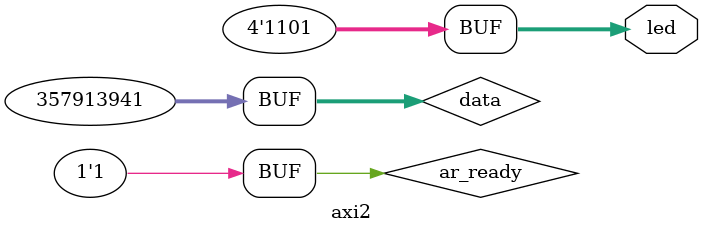
<source format=v>
module axi2 (
  output [3:0]led,
//  input  [1:0]sw
);

  wire  [3:0] clk;
  reg   [31:0] data;

//  assign  sw[0] = data[0];
//  assign  sw[1] = data[1];
  assign led[0] = data[0];
  assign led[1] = data[1];
  assign led[2] = data[2];
  assign led[3] = 1'b1;

  wire ar_valid;
  reg ar_ready;
  wire [11:0] ar_id;
  reg  [11:0] axi_id;
  wire r_valid;

  initial begin
    data[31:0] = 29'b01010101010101010101010101010101;
    ar_ready = 1'b1;
    r_valid = 1'b0;
  end
  
  always @(posedge clk[0]) begin
	if (ar_valid == 1) begin
		axi_id <= ar_id;
		r_valid <= 1'b1;
	end

  end


    PS7 the_PS (		// Master <> Slave
        .FCLKCLK (clk),

    	.MAXIGP0ACLK (clk[0]),		// ! ° AClk
    	//.MAXIGP0ARESETN,	// ! ° AResetN
    	
	// Read address channel (Master > Slave)
    	.MAXIGP0ARID (ar_id),	//   > [11:0] ArId -> RId
    	//.MAXIGP0ARADDR,	// ! > [31:0] ArAddr
    	//.MAXIGP0ARLEN,	//   > [ 3:0] ArLen
    	//.MAXIGP0ARSIZE,	//   > [ 1:0] ArSzie
    	//.MAXIGP0ARBURST,	//   > [ 1:0] ArBurst
    	//.MAXIGP0ARLOCK,	//   > [ 1:0] ArLock
    	//.MAXIGP0ARCACHE,	//   > [ 3:0] ArCache
    	//.MAXIGP0ARPROT,	// ! > [ 2:0] ArProt
    	//.MAXIGP0ARQOS,	//   > [ 3:0] ArQos
    	.MAXIGP0ARVALID (ar_valid),// ! >        ArValid
    	.MAXIGP0ARREADY (ar_ready),	// ! <        ArReady

	// Read data channel (Slave > Master)
    	.MAXIGP0RID (axi_id),	//   < [11:0] RId
    	.MAXIGP0RDATA (data),	// ! < [31:0] RData
    	.MAXIGP0RRESP (2'b00),	// ! < [ 1:0] RResp
    	.MAXIGP0RLAST (1'b1),	//   <        RLast
    	.MAXIGP0RVALID (r_valid),// ! <        RValid
    	.MAXIGP0RREADY		// ! >        RReady

	/* Write address channel (Master > Slave)
	.[11:0] MAXIGP0AWID;	//   > [11:0] AwId
    	.[31:0] MAXIGP0AWADDR;	// ! > [31:0] AwAddr
    	.[3:0] MAXIGP0AWLEN;	//   > [ 3:0] AwLen
    	.[1:0] MAXIGP0AWSIZE;	//   > [ 1:0] AwSize
    	.[1:0] MAXIGP0AWBURST;	//   > [ 1:0] AwBurst
    	.[1:0] MAXIGP0AWLOCK;	//   > [ 1:0] AwLock
    	.[3:0] MAXIGP0AWCACHE;	//   > [ 3:0] AwCahe
    	.[2:0] MAXIGP0AWPROT;	// ! > [ 2:0] AwProt
    	.[3:0] MAXIGP0AWQOS;	//   > [ 3:0] AwQos
    	.MAXIGP0AWVALID,	// ! >        AwValid
    	.MAXIGP0AWREADY;	// ! <        AwReady

	// Write data channel (Master > Slave)
    	.[11:0] MAXIGP0WID;	//   > [11:0] WId
    	.[31:0] MAXIGP0WDATA;	// ! > [31:0] WData
    	.[3:0] MAXIGP0WSTRB;	// ! > [ 3:0] WStrb
    	.MAXIGP0WLAST;		//   >        WLast
    	.MAXIGP0WVALID;		// ! >        WValid
    	.MAXIGP0WREADY,		// ! <        WReady

	//Write response channel (Slave > Master)
    	.[11:0] MAXIGP0BID,	// < [11:0]   BId 
    	.[1:0] MAXIGP0BRESP,	// ! < [ 1:0] BResp (0b'00 Ok, 0b'01 error (Burst etc))
    	.MAXIGP0BVALID;		// ! <        BValid
    	.MAXIGP0BREADY;		// ! >        BReady
	*/
    );	
endmodule




</source>
